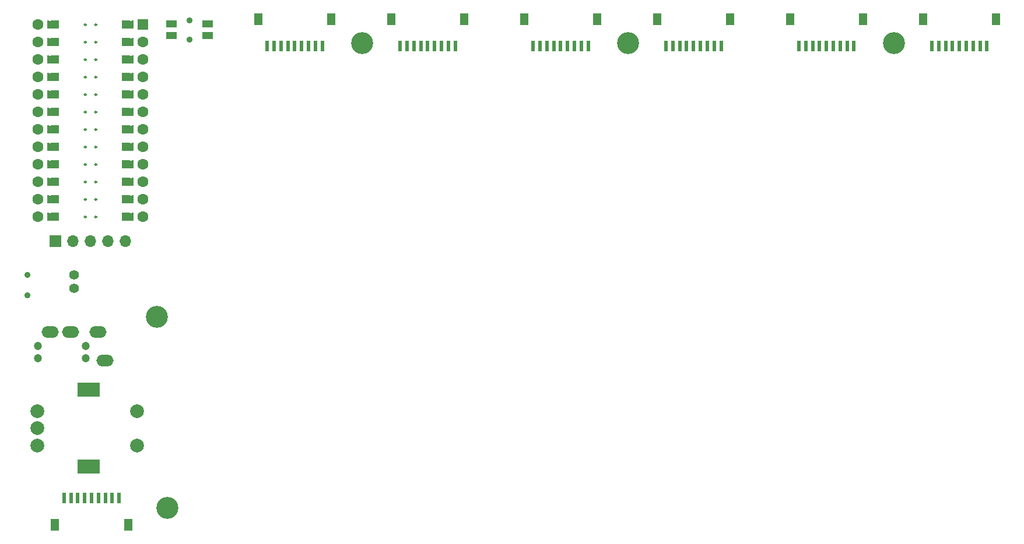
<source format=gbs>
G04 #@! TF.GenerationSoftware,KiCad,Pcbnew,7.0.8*
G04 #@! TF.CreationDate,2023-10-16T23:51:03-07:00*
G04 #@! TF.ProjectId,Seismos_CoreR,53656973-6d6f-4735-9f43-6f7265522e6b,rev?*
G04 #@! TF.SameCoordinates,Original*
G04 #@! TF.FileFunction,Soldermask,Bot*
G04 #@! TF.FilePolarity,Negative*
%FSLAX46Y46*%
G04 Gerber Fmt 4.6, Leading zero omitted, Abs format (unit mm)*
G04 Created by KiCad (PCBNEW 7.0.8) date 2023-10-16 23:51:03*
%MOMM*%
%LPD*%
G01*
G04 APERTURE LIST*
G04 Aperture macros list*
%AMFreePoly0*
4,1,6,0.600000,0.200000,0.000000,-0.400000,-0.600000,0.200000,-0.600000,0.400000,0.600000,0.400000,0.600000,0.200000,0.600000,0.200000,$1*%
%AMFreePoly1*
4,1,6,0.600000,-0.250000,-0.600000,-0.250000,-0.600000,1.000000,0.000000,0.400000,0.600000,1.000000,0.600000,-0.250000,0.600000,-0.250000,$1*%
G04 Aperture macros list end*
%ADD10C,0.250000*%
%ADD11C,0.100000*%
%ADD12C,3.200000*%
%ADD13C,2.000000*%
%ADD14R,3.200000X2.000000*%
%ADD15C,1.200000*%
%ADD16O,2.500000X1.700000*%
%ADD17R,1.700000X1.700000*%
%ADD18O,1.700000X1.700000*%
%ADD19C,0.900000*%
%ADD20C,1.400000*%
%ADD21C,1.600000*%
%ADD22R,1.600000X1.600000*%
%ADD23FreePoly0,270.000000*%
%ADD24FreePoly0,90.000000*%
%ADD25FreePoly1,90.000000*%
%ADD26FreePoly1,270.000000*%
%ADD27R,0.600000X1.550000*%
%ADD28R,1.200000X1.800000*%
%ADD29R,1.550000X1.000000*%
G04 APERTURE END LIST*
D10*
X42237000Y-22286000D02*
G75*
G03*
X42237000Y-22286000I-125000J0D01*
G01*
X40713000Y-22286000D02*
G75*
G03*
X40713000Y-22286000I-125000J0D01*
G01*
X42237000Y-24826000D02*
G75*
G03*
X42237000Y-24826000I-125000J0D01*
G01*
X40713000Y-24826000D02*
G75*
G03*
X40713000Y-24826000I-125000J0D01*
G01*
X42237000Y-27366000D02*
G75*
G03*
X42237000Y-27366000I-125000J0D01*
G01*
X40713000Y-27366000D02*
G75*
G03*
X40713000Y-27366000I-125000J0D01*
G01*
X42237000Y-29906000D02*
G75*
G03*
X42237000Y-29906000I-125000J0D01*
G01*
X40713000Y-29906000D02*
G75*
G03*
X40713000Y-29906000I-125000J0D01*
G01*
X42237000Y-32446000D02*
G75*
G03*
X42237000Y-32446000I-125000J0D01*
G01*
X40713000Y-32446000D02*
G75*
G03*
X40713000Y-32446000I-125000J0D01*
G01*
X42237000Y-34986000D02*
G75*
G03*
X42237000Y-34986000I-125000J0D01*
G01*
X40713000Y-34986000D02*
G75*
G03*
X40713000Y-34986000I-125000J0D01*
G01*
X42237000Y-37526000D02*
G75*
G03*
X42237000Y-37526000I-125000J0D01*
G01*
X40713000Y-37526000D02*
G75*
G03*
X40713000Y-37526000I-125000J0D01*
G01*
X42237000Y-40066000D02*
G75*
G03*
X42237000Y-40066000I-125000J0D01*
G01*
X40713000Y-40066000D02*
G75*
G03*
X40713000Y-40066000I-125000J0D01*
G01*
X42237000Y-42606000D02*
G75*
G03*
X42237000Y-42606000I-125000J0D01*
G01*
X40713000Y-42606000D02*
G75*
G03*
X40713000Y-42606000I-125000J0D01*
G01*
X42237000Y-45146000D02*
G75*
G03*
X42237000Y-45146000I-125000J0D01*
G01*
X40713000Y-45146000D02*
G75*
G03*
X40713000Y-45146000I-125000J0D01*
G01*
X42237000Y-47686000D02*
G75*
G03*
X42237000Y-47686000I-125000J0D01*
G01*
X40713000Y-47686000D02*
G75*
G03*
X40713000Y-47686000I-125000J0D01*
G01*
X42237000Y-50226000D02*
G75*
G03*
X42237000Y-50226000I-125000J0D01*
G01*
X40713000Y-50226000D02*
G75*
G03*
X40713000Y-50226000I-125000J0D01*
G01*
D11*
X36270000Y-22794000D02*
X35254000Y-22794000D01*
X35254000Y-21778000D01*
X36270000Y-21778000D01*
X36270000Y-22794000D01*
G36*
X36270000Y-22794000D02*
G01*
X35254000Y-22794000D01*
X35254000Y-21778000D01*
X36270000Y-21778000D01*
X36270000Y-22794000D01*
G37*
X47446000Y-22794000D02*
X46430000Y-22794000D01*
X46430000Y-21778000D01*
X47446000Y-21778000D01*
X47446000Y-22794000D01*
G36*
X47446000Y-22794000D02*
G01*
X46430000Y-22794000D01*
X46430000Y-21778000D01*
X47446000Y-21778000D01*
X47446000Y-22794000D01*
G37*
X36270000Y-25334000D02*
X35254000Y-25334000D01*
X35254000Y-24318000D01*
X36270000Y-24318000D01*
X36270000Y-25334000D01*
G36*
X36270000Y-25334000D02*
G01*
X35254000Y-25334000D01*
X35254000Y-24318000D01*
X36270000Y-24318000D01*
X36270000Y-25334000D01*
G37*
X47446000Y-25334000D02*
X46430000Y-25334000D01*
X46430000Y-24318000D01*
X47446000Y-24318000D01*
X47446000Y-25334000D01*
G36*
X47446000Y-25334000D02*
G01*
X46430000Y-25334000D01*
X46430000Y-24318000D01*
X47446000Y-24318000D01*
X47446000Y-25334000D01*
G37*
X36270000Y-27874000D02*
X35254000Y-27874000D01*
X35254000Y-26858000D01*
X36270000Y-26858000D01*
X36270000Y-27874000D01*
G36*
X36270000Y-27874000D02*
G01*
X35254000Y-27874000D01*
X35254000Y-26858000D01*
X36270000Y-26858000D01*
X36270000Y-27874000D01*
G37*
X47446000Y-27874000D02*
X46430000Y-27874000D01*
X46430000Y-26858000D01*
X47446000Y-26858000D01*
X47446000Y-27874000D01*
G36*
X47446000Y-27874000D02*
G01*
X46430000Y-27874000D01*
X46430000Y-26858000D01*
X47446000Y-26858000D01*
X47446000Y-27874000D01*
G37*
X36270000Y-30414000D02*
X35254000Y-30414000D01*
X35254000Y-29398000D01*
X36270000Y-29398000D01*
X36270000Y-30414000D01*
G36*
X36270000Y-30414000D02*
G01*
X35254000Y-30414000D01*
X35254000Y-29398000D01*
X36270000Y-29398000D01*
X36270000Y-30414000D01*
G37*
X47446000Y-30414000D02*
X46430000Y-30414000D01*
X46430000Y-29398000D01*
X47446000Y-29398000D01*
X47446000Y-30414000D01*
G36*
X47446000Y-30414000D02*
G01*
X46430000Y-30414000D01*
X46430000Y-29398000D01*
X47446000Y-29398000D01*
X47446000Y-30414000D01*
G37*
X36270000Y-32954000D02*
X35254000Y-32954000D01*
X35254000Y-31938000D01*
X36270000Y-31938000D01*
X36270000Y-32954000D01*
G36*
X36270000Y-32954000D02*
G01*
X35254000Y-32954000D01*
X35254000Y-31938000D01*
X36270000Y-31938000D01*
X36270000Y-32954000D01*
G37*
X47446000Y-32954000D02*
X46430000Y-32954000D01*
X46430000Y-31938000D01*
X47446000Y-31938000D01*
X47446000Y-32954000D01*
G36*
X47446000Y-32954000D02*
G01*
X46430000Y-32954000D01*
X46430000Y-31938000D01*
X47446000Y-31938000D01*
X47446000Y-32954000D01*
G37*
X36270000Y-35494000D02*
X35254000Y-35494000D01*
X35254000Y-34478000D01*
X36270000Y-34478000D01*
X36270000Y-35494000D01*
G36*
X36270000Y-35494000D02*
G01*
X35254000Y-35494000D01*
X35254000Y-34478000D01*
X36270000Y-34478000D01*
X36270000Y-35494000D01*
G37*
X47446000Y-35494000D02*
X46430000Y-35494000D01*
X46430000Y-34478000D01*
X47446000Y-34478000D01*
X47446000Y-35494000D01*
G36*
X47446000Y-35494000D02*
G01*
X46430000Y-35494000D01*
X46430000Y-34478000D01*
X47446000Y-34478000D01*
X47446000Y-35494000D01*
G37*
X36270000Y-38034000D02*
X35254000Y-38034000D01*
X35254000Y-37018000D01*
X36270000Y-37018000D01*
X36270000Y-38034000D01*
G36*
X36270000Y-38034000D02*
G01*
X35254000Y-38034000D01*
X35254000Y-37018000D01*
X36270000Y-37018000D01*
X36270000Y-38034000D01*
G37*
X47446000Y-38034000D02*
X46430000Y-38034000D01*
X46430000Y-37018000D01*
X47446000Y-37018000D01*
X47446000Y-38034000D01*
G36*
X47446000Y-38034000D02*
G01*
X46430000Y-38034000D01*
X46430000Y-37018000D01*
X47446000Y-37018000D01*
X47446000Y-38034000D01*
G37*
X36270000Y-40574000D02*
X35254000Y-40574000D01*
X35254000Y-39558000D01*
X36270000Y-39558000D01*
X36270000Y-40574000D01*
G36*
X36270000Y-40574000D02*
G01*
X35254000Y-40574000D01*
X35254000Y-39558000D01*
X36270000Y-39558000D01*
X36270000Y-40574000D01*
G37*
X47446000Y-40574000D02*
X46430000Y-40574000D01*
X46430000Y-39558000D01*
X47446000Y-39558000D01*
X47446000Y-40574000D01*
G36*
X47446000Y-40574000D02*
G01*
X46430000Y-40574000D01*
X46430000Y-39558000D01*
X47446000Y-39558000D01*
X47446000Y-40574000D01*
G37*
X36270000Y-43114000D02*
X35254000Y-43114000D01*
X35254000Y-42098000D01*
X36270000Y-42098000D01*
X36270000Y-43114000D01*
G36*
X36270000Y-43114000D02*
G01*
X35254000Y-43114000D01*
X35254000Y-42098000D01*
X36270000Y-42098000D01*
X36270000Y-43114000D01*
G37*
X47446000Y-43114000D02*
X46430000Y-43114000D01*
X46430000Y-42098000D01*
X47446000Y-42098000D01*
X47446000Y-43114000D01*
G36*
X47446000Y-43114000D02*
G01*
X46430000Y-43114000D01*
X46430000Y-42098000D01*
X47446000Y-42098000D01*
X47446000Y-43114000D01*
G37*
X36270000Y-45654000D02*
X35254000Y-45654000D01*
X35254000Y-44638000D01*
X36270000Y-44638000D01*
X36270000Y-45654000D01*
G36*
X36270000Y-45654000D02*
G01*
X35254000Y-45654000D01*
X35254000Y-44638000D01*
X36270000Y-44638000D01*
X36270000Y-45654000D01*
G37*
X47446000Y-45654000D02*
X46430000Y-45654000D01*
X46430000Y-44638000D01*
X47446000Y-44638000D01*
X47446000Y-45654000D01*
G36*
X47446000Y-45654000D02*
G01*
X46430000Y-45654000D01*
X46430000Y-44638000D01*
X47446000Y-44638000D01*
X47446000Y-45654000D01*
G37*
X36270000Y-48194000D02*
X35254000Y-48194000D01*
X35254000Y-47178000D01*
X36270000Y-47178000D01*
X36270000Y-48194000D01*
G36*
X36270000Y-48194000D02*
G01*
X35254000Y-48194000D01*
X35254000Y-47178000D01*
X36270000Y-47178000D01*
X36270000Y-48194000D01*
G37*
X47446000Y-48194000D02*
X46430000Y-48194000D01*
X46430000Y-47178000D01*
X47446000Y-47178000D01*
X47446000Y-48194000D01*
G36*
X47446000Y-48194000D02*
G01*
X46430000Y-48194000D01*
X46430000Y-47178000D01*
X47446000Y-47178000D01*
X47446000Y-48194000D01*
G37*
X36270000Y-50734000D02*
X35254000Y-50734000D01*
X35254000Y-49718000D01*
X36270000Y-49718000D01*
X36270000Y-50734000D01*
G36*
X36270000Y-50734000D02*
G01*
X35254000Y-50734000D01*
X35254000Y-49718000D01*
X36270000Y-49718000D01*
X36270000Y-50734000D01*
G37*
X47446000Y-50734000D02*
X46430000Y-50734000D01*
X46430000Y-49718000D01*
X47446000Y-49718000D01*
X47446000Y-50734000D01*
G36*
X47446000Y-50734000D02*
G01*
X46430000Y-50734000D01*
X46430000Y-49718000D01*
X47446000Y-49718000D01*
X47446000Y-50734000D01*
G37*
D12*
X51000000Y-64750000D03*
D13*
X33610000Y-78460000D03*
X33610000Y-83460000D03*
X33610000Y-80960000D03*
D14*
X41110000Y-75360000D03*
X41110000Y-86560000D03*
D13*
X48110000Y-83460000D03*
X48110000Y-78460000D03*
D15*
X33670000Y-70775000D03*
X40670000Y-70775000D03*
X33670000Y-69025000D03*
X40670000Y-69025000D03*
D16*
X42470000Y-66925000D03*
X38470000Y-66925000D03*
X35470000Y-66925000D03*
X43470000Y-71125000D03*
D17*
X36284000Y-53766000D03*
D18*
X38824000Y-53766000D03*
X41364000Y-53766000D03*
X43904000Y-53766000D03*
X46444000Y-53766000D03*
D19*
X32200000Y-58632000D03*
X32200000Y-61632000D03*
D20*
X38949500Y-60632000D03*
X38949500Y-58632000D03*
D12*
X80800000Y-25000000D03*
D21*
X48970000Y-22286000D03*
D22*
X48970000Y-22286000D03*
D23*
X47192000Y-22286000D03*
D24*
X35508000Y-22286000D03*
D21*
X33730000Y-22286000D03*
X48970000Y-24826000D03*
D23*
X47192000Y-24826000D03*
D24*
X35508000Y-24826000D03*
D21*
X33730000Y-24826000D03*
X48970000Y-27366000D03*
D23*
X47192000Y-27366000D03*
D24*
X35508000Y-27366000D03*
D21*
X33730000Y-27366000D03*
X48970000Y-29906000D03*
D23*
X47192000Y-29906000D03*
D24*
X35508000Y-29906000D03*
D21*
X33730000Y-29906000D03*
X48970000Y-32446000D03*
D23*
X47192000Y-32446000D03*
D24*
X35508000Y-32446000D03*
D21*
X33730000Y-32446000D03*
X48970000Y-34986000D03*
D23*
X47192000Y-34986000D03*
D24*
X35508000Y-34986000D03*
D21*
X33730000Y-34986000D03*
X48970000Y-37526000D03*
D23*
X47192000Y-37526000D03*
D24*
X35508000Y-37526000D03*
D21*
X33730000Y-37526000D03*
X48970000Y-40066000D03*
D23*
X47192000Y-40066000D03*
D24*
X35508000Y-40066000D03*
D21*
X33730000Y-40066000D03*
X48970000Y-42606000D03*
D23*
X47192000Y-42606000D03*
D24*
X35508000Y-42606000D03*
D21*
X33730000Y-42606000D03*
X48970000Y-45146000D03*
D23*
X47192000Y-45146000D03*
D24*
X35508000Y-45146000D03*
D21*
X33730000Y-45146000D03*
X48970000Y-47686000D03*
D23*
X47192000Y-47686000D03*
D24*
X35508000Y-47686000D03*
D21*
X33730000Y-47686000D03*
X48970000Y-50226000D03*
D23*
X47192000Y-50226000D03*
D24*
X35508000Y-50226000D03*
D21*
X33730000Y-50226000D03*
D25*
X36524000Y-22286000D03*
X36524000Y-24826000D03*
X36524000Y-27366000D03*
X36524000Y-29906000D03*
X36524000Y-32446000D03*
X36524000Y-34986000D03*
X36524000Y-37526000D03*
X36524000Y-40066000D03*
X36524000Y-42606000D03*
X36524000Y-45146000D03*
X36524000Y-47686000D03*
X36524000Y-50226000D03*
D26*
X46176000Y-50226000D03*
X46176000Y-47686000D03*
X46176000Y-45146000D03*
X46176000Y-42606000D03*
X46176000Y-40066000D03*
X46176000Y-37526000D03*
X46176000Y-34986000D03*
X46176000Y-32446000D03*
X46176000Y-29906000D03*
X46176000Y-27366000D03*
X46176000Y-24826000D03*
X46176000Y-22286000D03*
D12*
X158000000Y-25000000D03*
X52500000Y-92500000D03*
X119400000Y-25000000D03*
D27*
X67000000Y-25375000D03*
X68000000Y-25375000D03*
X69000000Y-25375000D03*
X70000000Y-25375000D03*
X71000000Y-25375000D03*
X72000000Y-25375000D03*
X73000000Y-25375000D03*
X74000000Y-25375000D03*
X75000000Y-25375000D03*
D28*
X65700000Y-21500000D03*
X76300000Y-21500000D03*
D27*
X86300000Y-25375000D03*
X87300000Y-25375000D03*
X88300000Y-25375000D03*
X89300000Y-25375000D03*
X90300000Y-25375000D03*
X91300000Y-25375000D03*
X92300000Y-25375000D03*
X93300000Y-25375000D03*
X94300000Y-25375000D03*
D28*
X85000000Y-21500000D03*
X95600000Y-21500000D03*
D19*
X55712500Y-24449500D03*
X55712500Y-21649500D03*
D29*
X58312500Y-23899500D03*
X58312500Y-22199500D03*
X53112500Y-23899500D03*
X53112500Y-22199500D03*
D27*
X45500000Y-91125000D03*
X44500000Y-91125000D03*
X43500000Y-91125000D03*
X42500000Y-91125000D03*
X41500000Y-91125000D03*
X40500000Y-91125000D03*
X39500000Y-91125000D03*
X38500000Y-91125000D03*
X37500000Y-91125000D03*
D28*
X46800000Y-95000000D03*
X36200000Y-95000000D03*
D27*
X163500000Y-25375000D03*
X164500000Y-25375000D03*
X165500000Y-25375000D03*
X166500000Y-25375000D03*
X167500000Y-25375000D03*
X168500000Y-25375000D03*
X169500000Y-25375000D03*
X170500000Y-25375000D03*
X171500000Y-25375000D03*
D28*
X162200000Y-21500000D03*
X172800000Y-21500000D03*
D27*
X124900000Y-25375000D03*
X125900000Y-25375000D03*
X126900000Y-25375000D03*
X127900000Y-25375000D03*
X128900000Y-25375000D03*
X129900000Y-25375000D03*
X130900000Y-25375000D03*
X131900000Y-25375000D03*
X132900000Y-25375000D03*
D28*
X123600000Y-21500000D03*
X134200000Y-21500000D03*
D27*
X105600000Y-25375000D03*
X106600000Y-25375000D03*
X107600000Y-25375000D03*
X108600000Y-25375000D03*
X109600000Y-25375000D03*
X110600000Y-25375000D03*
X111600000Y-25375000D03*
X112600000Y-25375000D03*
X113600000Y-25375000D03*
D28*
X104300000Y-21500000D03*
X114900000Y-21500000D03*
D27*
X144200000Y-25375000D03*
X145200000Y-25375000D03*
X146200000Y-25375000D03*
X147200000Y-25375000D03*
X148200000Y-25375000D03*
X149200000Y-25375000D03*
X150200000Y-25375000D03*
X151200000Y-25375000D03*
X152200000Y-25375000D03*
D28*
X142900000Y-21500000D03*
X153500000Y-21500000D03*
M02*

</source>
